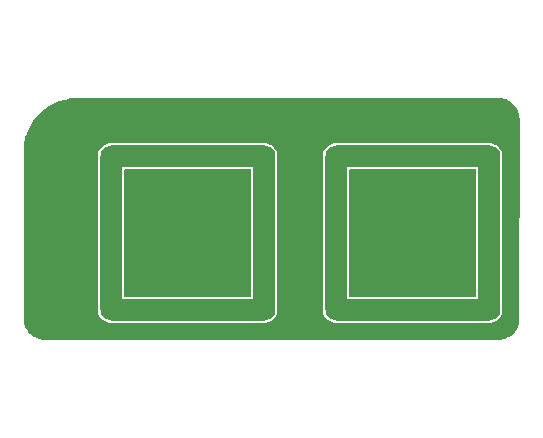
<source format=gtl>
G04 #@! TF.GenerationSoftware,KiCad,Pcbnew,8.0.5*
G04 #@! TF.CreationDate,2024-09-18T07:39:23+09:00*
G04 #@! TF.ProjectId,SandyLP_Plate_Middle_Isolated_area,53616e64-794c-4505-9f50-6c6174655f4d,v.0*
G04 #@! TF.SameCoordinates,Original*
G04 #@! TF.FileFunction,Copper,L1,Top*
G04 #@! TF.FilePolarity,Positive*
%FSLAX46Y46*%
G04 Gerber Fmt 4.6, Leading zero omitted, Abs format (unit mm)*
G04 Created by KiCad (PCBNEW 8.0.5) date 2024-09-18 07:39:23*
%MOMM*%
%LPD*%
G01*
G04 APERTURE LIST*
G04 Aperture macros list*
%AMRoundRect*
0 Rectangle with rounded corners*
0 $1 Rounding radius*
0 $2 $3 $4 $5 $6 $7 $8 $9 X,Y pos of 4 corners*
0 Add a 4 corners polygon primitive as box body*
4,1,4,$2,$3,$4,$5,$6,$7,$8,$9,$2,$3,0*
0 Add four circle primitives for the rounded corners*
1,1,$1+$1,$2,$3*
1,1,$1+$1,$4,$5*
1,1,$1+$1,$6,$7*
1,1,$1+$1,$8,$9*
0 Add four rect primitives between the rounded corners*
20,1,$1+$1,$2,$3,$4,$5,0*
20,1,$1+$1,$4,$5,$6,$7,0*
20,1,$1+$1,$6,$7,$8,$9,0*
20,1,$1+$1,$8,$9,$2,$3,0*%
G04 Aperture macros list end*
G04 #@! TA.AperFunction,WasherPad*
%ADD10RoundRect,0.900000X0.000010X-6.500000X0.000010X6.500000X-0.000010X6.500000X-0.000010X-6.500000X0*%
G04 #@! TD*
G04 #@! TA.AperFunction,WasherPad*
%ADD11RoundRect,0.900000X-6.500000X-0.000010X6.500000X-0.000010X6.500000X0.000010X-6.500000X0.000010X0*%
G04 #@! TD*
G04 APERTURE END LIST*
D10*
X33608435Y-49625280D03*
D11*
X40108435Y-43125280D03*
X40108435Y-56125280D03*
D10*
X46608435Y-49625280D03*
X52658435Y-49625280D03*
D11*
X59158435Y-43125280D03*
X59158435Y-56125280D03*
D10*
X65658435Y-49625280D03*
G04 #@! TA.AperFunction,NonConductor*
G36*
X66334089Y-38169491D02*
G01*
X66365204Y-38169490D01*
X66371675Y-38169701D01*
X66603381Y-38184882D01*
X66616204Y-38186569D01*
X66840763Y-38231232D01*
X66853265Y-38234581D01*
X66867909Y-38239552D01*
X67070071Y-38308173D01*
X67082035Y-38313128D01*
X67287380Y-38414391D01*
X67298585Y-38420860D01*
X67488961Y-38548064D01*
X67499218Y-38555934D01*
X67671361Y-38706900D01*
X67680513Y-38716053D01*
X67831475Y-38888196D01*
X67839358Y-38898470D01*
X67966547Y-39088828D01*
X67973022Y-39100043D01*
X68074279Y-39305382D01*
X68079235Y-39317347D01*
X68152823Y-39534152D01*
X68156174Y-39546661D01*
X68200831Y-39771208D01*
X68202521Y-39784048D01*
X68217720Y-40016097D01*
X68217932Y-40022627D01*
X68207961Y-56804827D01*
X68207935Y-56805065D01*
X68207935Y-56847043D01*
X68207723Y-56853517D01*
X68192539Y-57085217D01*
X68190849Y-57098056D01*
X68146183Y-57322615D01*
X68142831Y-57335123D01*
X68069243Y-57551915D01*
X68064288Y-57563879D01*
X67963023Y-57769231D01*
X67956548Y-57780446D01*
X67829355Y-57970809D01*
X67821472Y-57981083D01*
X67670514Y-58153223D01*
X67661357Y-58162380D01*
X67489226Y-58313339D01*
X67478953Y-58321223D01*
X67288590Y-58448423D01*
X67277375Y-58454898D01*
X67072026Y-58556168D01*
X67060062Y-58561123D01*
X66843269Y-58634719D01*
X66830761Y-58638071D01*
X66606211Y-58682741D01*
X66593371Y-58684432D01*
X66362520Y-58699566D01*
X66356007Y-58699778D01*
X28116062Y-58685581D01*
X28115917Y-58685566D01*
X28105283Y-58685566D01*
X28074170Y-58685566D01*
X28067697Y-58685354D01*
X27835998Y-58670171D01*
X27823158Y-58668481D01*
X27598607Y-58623818D01*
X27586098Y-58620466D01*
X27369302Y-58546876D01*
X27357338Y-58541921D01*
X27151996Y-58440659D01*
X27140781Y-58434184D01*
X26971719Y-58321223D01*
X26950410Y-58306985D01*
X26940139Y-58299103D01*
X26786942Y-58164753D01*
X26768007Y-58148147D01*
X26758851Y-58138991D01*
X26607893Y-57966856D01*
X26600017Y-57956592D01*
X26482321Y-57780446D01*
X26472815Y-57766219D01*
X26466340Y-57755004D01*
X26365077Y-57549660D01*
X26360127Y-57537709D01*
X26286530Y-57320892D01*
X26283183Y-57308397D01*
X26240849Y-57095557D01*
X26238517Y-57083833D01*
X26236829Y-57071007D01*
X26221647Y-56839319D01*
X26221435Y-56832846D01*
X26221435Y-43041245D01*
X32507935Y-43041245D01*
X32507935Y-56209314D01*
X32510747Y-56256526D01*
X32510748Y-56256535D01*
X32555420Y-56461884D01*
X32555420Y-56461887D01*
X32555421Y-56461891D01*
X32555422Y-56461892D01*
X32638156Y-56655093D01*
X32755958Y-56829145D01*
X32904570Y-56977757D01*
X33078622Y-57095559D01*
X33271823Y-57178293D01*
X33271828Y-57178294D01*
X33477179Y-57222966D01*
X33477182Y-57222966D01*
X33477190Y-57222968D01*
X33524397Y-57225780D01*
X33524410Y-57225780D01*
X46692460Y-57225780D01*
X46692473Y-57225780D01*
X46739680Y-57222968D01*
X46739688Y-57222966D01*
X46739690Y-57222966D01*
X46779019Y-57214410D01*
X46945047Y-57178293D01*
X47138248Y-57095559D01*
X47312300Y-56977757D01*
X47460912Y-56829145D01*
X47578714Y-56655093D01*
X47661448Y-56461892D01*
X47706123Y-56256525D01*
X47708935Y-56209318D01*
X47708935Y-43041245D01*
X51557935Y-43041245D01*
X51557935Y-56209314D01*
X51560747Y-56256526D01*
X51560748Y-56256535D01*
X51605420Y-56461884D01*
X51605420Y-56461887D01*
X51605421Y-56461891D01*
X51605422Y-56461892D01*
X51688156Y-56655093D01*
X51805958Y-56829145D01*
X51954570Y-56977757D01*
X52128622Y-57095559D01*
X52321823Y-57178293D01*
X52321828Y-57178294D01*
X52527179Y-57222966D01*
X52527182Y-57222966D01*
X52527190Y-57222968D01*
X52574397Y-57225780D01*
X52574410Y-57225780D01*
X65742460Y-57225780D01*
X65742473Y-57225780D01*
X65789680Y-57222968D01*
X65789688Y-57222966D01*
X65789690Y-57222966D01*
X65829019Y-57214410D01*
X65995047Y-57178293D01*
X66188248Y-57095559D01*
X66362300Y-56977757D01*
X66510912Y-56829145D01*
X66628714Y-56655093D01*
X66711448Y-56461892D01*
X66756123Y-56256525D01*
X66758935Y-56209318D01*
X66758935Y-43041242D01*
X66756123Y-42994035D01*
X66711448Y-42788668D01*
X66628714Y-42595467D01*
X66510912Y-42421415D01*
X66362300Y-42272803D01*
X66188248Y-42155001D01*
X65995047Y-42072267D01*
X65995044Y-42072266D01*
X65995041Y-42072265D01*
X65789690Y-42027593D01*
X65789681Y-42027592D01*
X65780238Y-42027029D01*
X65742473Y-42024780D01*
X52742473Y-42024780D01*
X52574397Y-42024780D01*
X52546072Y-42026467D01*
X52527188Y-42027592D01*
X52527179Y-42027593D01*
X52321830Y-42072265D01*
X52321827Y-42072265D01*
X52128620Y-42155002D01*
X52128618Y-42155003D01*
X51954572Y-42272801D01*
X51805956Y-42421417D01*
X51688158Y-42595463D01*
X51688157Y-42595465D01*
X51605420Y-42788672D01*
X51605420Y-42788675D01*
X51560748Y-42994024D01*
X51560747Y-42994033D01*
X51557935Y-43041245D01*
X47708935Y-43041245D01*
X47708935Y-43041242D01*
X47706123Y-42994035D01*
X47661448Y-42788668D01*
X47578714Y-42595467D01*
X47460912Y-42421415D01*
X47312300Y-42272803D01*
X47138248Y-42155001D01*
X46945047Y-42072267D01*
X46945044Y-42072266D01*
X46945041Y-42072265D01*
X46739690Y-42027593D01*
X46739681Y-42027592D01*
X46730238Y-42027029D01*
X46692473Y-42024780D01*
X33692473Y-42024780D01*
X33524397Y-42024780D01*
X33496072Y-42026467D01*
X33477188Y-42027592D01*
X33477179Y-42027593D01*
X33271830Y-42072265D01*
X33271827Y-42072265D01*
X33078620Y-42155002D01*
X33078618Y-42155003D01*
X32904572Y-42272801D01*
X32755956Y-42421417D01*
X32638158Y-42595463D01*
X32638157Y-42595465D01*
X32555420Y-42788672D01*
X32555420Y-42788675D01*
X32510748Y-42994024D01*
X32510747Y-42994033D01*
X32507935Y-43041245D01*
X26221435Y-43041245D01*
X26221435Y-42783655D01*
X26221529Y-42779337D01*
X26229557Y-42595463D01*
X26238797Y-42383829D01*
X26239547Y-42375253D01*
X26290939Y-41984896D01*
X26292438Y-41976400D01*
X26349922Y-41717109D01*
X26377649Y-41592033D01*
X26379883Y-41583698D01*
X26468478Y-41302714D01*
X26498275Y-41208207D01*
X26501227Y-41200099D01*
X26651889Y-40836366D01*
X26655531Y-40828554D01*
X26837332Y-40479318D01*
X26841639Y-40471857D01*
X27053194Y-40139781D01*
X27058133Y-40132730D01*
X27297810Y-39820376D01*
X27303348Y-39813775D01*
X27569355Y-39523479D01*
X27575437Y-39517398D01*
X27865719Y-39251403D01*
X27872310Y-39245872D01*
X28184676Y-39006184D01*
X28191727Y-39001246D01*
X28523803Y-38789691D01*
X28531264Y-38785384D01*
X28880499Y-38603583D01*
X28888293Y-38599948D01*
X29252051Y-38449275D01*
X29260153Y-38446326D01*
X29635662Y-38327928D01*
X29643961Y-38325704D01*
X30028369Y-38240483D01*
X30036830Y-38238990D01*
X30427198Y-38187597D01*
X30435774Y-38186847D01*
X30831167Y-38169583D01*
X30835485Y-38169490D01*
X30867786Y-38169490D01*
X66334087Y-38169490D01*
X66334089Y-38169491D01*
G37*
G04 #@! TD.AperFunction*
G04 #@! TA.AperFunction,NonConductor*
G36*
X64517126Y-44244687D02*
G01*
X64553090Y-44294187D01*
X64557935Y-44324780D01*
X64557935Y-54925780D01*
X64539028Y-54983971D01*
X64489528Y-55019935D01*
X64458935Y-55024780D01*
X53857935Y-55024780D01*
X53799744Y-55005873D01*
X53763780Y-54956373D01*
X53758935Y-54925780D01*
X53758935Y-44324780D01*
X53777842Y-44266589D01*
X53827342Y-44230625D01*
X53857935Y-44225780D01*
X64458935Y-44225780D01*
X64517126Y-44244687D01*
G37*
G04 #@! TD.AperFunction*
G04 #@! TA.AperFunction,NonConductor*
G36*
X45467126Y-44244687D02*
G01*
X45503090Y-44294187D01*
X45507935Y-44324780D01*
X45507935Y-54925780D01*
X45489028Y-54983971D01*
X45439528Y-55019935D01*
X45408935Y-55024780D01*
X34807935Y-55024780D01*
X34749744Y-55005873D01*
X34713780Y-54956373D01*
X34708935Y-54925780D01*
X34708935Y-44324780D01*
X34727842Y-44266589D01*
X34777342Y-44230625D01*
X34807935Y-44225780D01*
X45408935Y-44225780D01*
X45467126Y-44244687D01*
G37*
G04 #@! TD.AperFunction*
M02*

</source>
